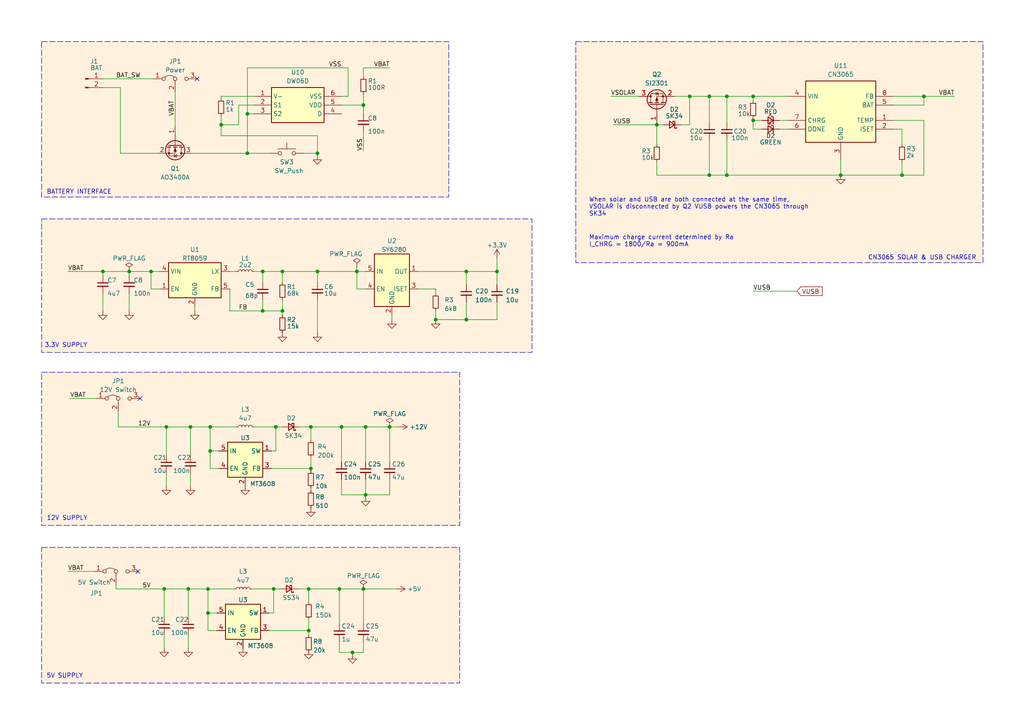
<source format=kicad_sch>
(kicad_sch (version 20230121) (generator eeschema)
  (paper "A4")
  (title_block (title "NPK RFM96 Board") (date "2023-08-11") (rev "v1a") (company "SENSEA LABS"))
  (lib_symbols
    (symbol "Collins_Custom_Libs:CN3065"
      (property "Reference" "U" (at 13.97 6.35 0))
      (property "Value" "CN3065" (at 10.795 4.445 0))
      (symbol "CN3065_1_1"
        (pin passive line (at 30.48 -8.89 180) (length 5.08) (name "TEMP") (number "1"))
        (pin passive line (at 30.48 -11.43 180) (length 5.08) (name "ISET") (number "2"))
        (pin passive line (at 15.24 -20.32 90) (length 5.08) (name "GND") (number "3"))
        (pin passive line (at 0 -1.905 0) (length 5.08) (name "VIN") (number "4"))
        (pin passive line (at 30.48 -4.445 180) (length 5.08) (name "BAT") (number "5"))
        (pin passive line (at 0 -11.43 0) (length 5.08) (name "DONE") (number "6"))
        (pin passive line (at 0 -8.89 0) (length 5.08) (name "CHRG") (number "7"))
        (pin passive line (at 30.48 -1.905 180) (length 5.08) (name "FB") (number "8"))
      )
    )
    (symbol "Collins_Custom_Libs:DW06D"
      (property "Reference" "U" (at 11.43 7.62 0))
      (property "Value" "DW06D" (at 9.525 5.08 0))
      (symbol "DW06D_1_1"
        (pin passive line (at 0 0 0) (length 5.08) (name "V-") (number "1"))
        (pin passive line (at 0 -2.54 0) (length 5.08) (name "S1") (number "2"))
        (pin passive line (at 0 -5.08 0) (length 5.08) (name "S2") (number "3"))
        (pin passive line (at 25.4 -5.08 180) (length 5.08) (name "D") (number "4"))
        (pin passive line (at 25.4 -2.54 180) (length 5.08) (name "VDD") (number "5"))
        (pin passive line (at 25.4 0 180) (length 5.08) (name "VSS") (number "6"))
      )
    )
    (symbol "Collins_Custom_Libs:RT8059"
      (property "Reference" "U" (at 0 6.35 0))
      (property "Value" "RT8059" (at 0 8.89 0))
      (symbol "RT8059_1_1"
        (pin input line (at -10.16 -2.54 0) (length 2.54) (name "EN") (number "1"))
        (pin power_in line (at 0 -7.62 90) (length 2.54) (name "GND") (number "2"))
        (pin power_out line (at 10.16 2.54 180) (length 2.54) (name "LX") (number "3"))
        (pin power_in line (at -10.16 2.54 0) (length 2.54) (name "VIN") (number "4"))
        (pin input line (at 10.16 -2.54 180) (length 2.54) (name "FB") (number "5"))
      )
    )
    (symbol "Collins_Custom_Libs:SY6280"
      (property "Reference" "U" (at 0 8.89 0))
      (symbol "SY6280_1_1"
        (pin power_out line (at 7.62 2.54 180) (length 2.54) (name "OUT") (number "1"))
        (pin power_in line (at 0 -10.16 90) (length 2.54) (name "GND") (number "2"))
        (pin input line (at 7.62 -2.54 180) (length 2.54) (name "ISET") (number "3"))
        (pin input line (at -7.62 -2.54 0) (length 2.54) (name "EN") (number "4"))
        (pin power_in line (at -7.62 2.54 0) (length 2.54) (name "IN") (number "5"))
      )
    )
    (symbol "Connector:Conn_01x02_Pin" (pin_names (offset 1.016) hide)
      (property "Reference" "J" (at 0 2.54 0))
      (property "Value" "Conn_01x02_Pin" (at 0 -5.08 0))
      (symbol "Conn_01x02_Pin_1_1"
        (pin passive line (at 5.08 0 180) (length 3.81) (name "Pin_1") (number "1"))
        (pin passive line (at 5.08 -2.54 180) (length 3.81) (name "Pin_2") (number "2"))
      )
    )
    (symbol "Device:C_Small" (pin_numbers hide) (pin_names (offset 0.254) hide)
      (property "Reference" "C" (at 0.254 1.778 0))
      (property "Value" "C_Small" (at 0.254 -2.032 0))
      (symbol "C_Small_1_1"
        (pin passive line (at 0 2.54 270) (length 2.032) (name "~") (number "1"))
        (pin passive line (at 0 -2.54 90) (length 2.032) (name "~") (number "2"))
      )
    )
    (symbol "Device:D_Schottky_Small" (pin_numbers hide) (pin_names (offset 0.254) hide)
      (property "Reference" "D" (at -1.27 2.032 0))
      (property "Value" "D_Schottky_Small" (at -7.112 -2.032 0))
      (symbol "D_Schottky_Small_1_1"
        (pin passive line (at -2.54 0 0) (length 1.778) (name "K") (number "1"))
        (pin passive line (at 2.54 0 180) (length 1.778) (name "A") (number "2"))
      )
    )
    (symbol "Device:LED_Small" (pin_numbers hide) (pin_names (offset 0.254) hide)
      (property "Reference" "D" (at -1.27 3.175 0))
      (property "Value" "LED_Small" (at -4.445 -2.54 0))
      (symbol "LED_Small_1_1"
        (pin passive line (at -2.54 0 0) (length 1.778) (name "K") (number "1"))
        (pin passive line (at 2.54 0 180) (length 1.778) (name "A") (number "2"))
      )
    )
    (symbol "Device:L_Small" (pin_numbers hide) (pin_names (offset 0.254) hide)
      (property "Reference" "L" (at 0.762 1.016 0))
      (property "Value" "L_Small" (at 0.762 -1.016 0))
      (symbol "L_Small_1_1"
        (pin passive line (at 0 2.54 270) (length 0.508) (name "~") (number "1"))
        (pin passive line (at 0 -2.54 90) (length 0.508) (name "~") (number "2"))
      )
    )
    (symbol "Device:R_Small" (pin_numbers hide) (pin_names (offset 0.254) hide)
      (property "Reference" "R" (at 0.762 0.508 0))
      (property "Value" "R_Small" (at 0.762 -1.016 0))
      (symbol "R_Small_1_1"
        (pin passive line (at 0 2.54 270) (length 0.762) (name "~") (number "1"))
        (pin passive line (at 0 -2.54 90) (length 0.762) (name "~") (number "2"))
      )
    )
    (symbol "Jumper:Jumper_3_Bridged12" (pin_names (offset 0) hide)
      (property "Reference" "JP" (at -2.54 -2.54 0))
      (property "Value" "Jumper_3_Bridged12" (at 0 2.794 0))
      (symbol "Jumper_3_Bridged12_1_1"
        (pin passive line (at -6.35 0 0) (length 2.54) (name "A") (number "1"))
        (pin passive line (at 0 -3.81 90) (length 2.54) (name "C") (number "2"))
        (pin passive line (at 6.35 0 180) (length 2.54) (name "B") (number "3"))
      )
    )
    (symbol "Regulator_Switching:MT3608"
      (property "Reference" "U" (at -2.54 8.89 0))
      (property "Value" "MT3608" (at -3.81 6.35 0))
      (symbol "MT3608_1_1"
        (pin passive line (at 7.62 2.54 180) (length 2.54) (name "SW") (number "1"))
        (pin power_in line (at 0 -7.62 90) (length 2.54) (name "GND") (number "2"))
        (pin input line (at 7.62 -2.54 180) (length 2.54) (name "FB") (number "3"))
        (pin input line (at -7.62 -2.54 0) (length 2.54) (name "EN") (number "4"))
        (pin power_in line (at -7.62 2.54 0) (length 2.54) (name "IN") (number "5"))
        (pin no_connect line (at 5.08 0 180) (length 2.54) hide (name "NC") (number "6"))
      )
    )
    (symbol "Switch:SW_Push" (pin_numbers hide) (pin_names (offset 1.016) hide)
      (property "Reference" "SW" (at 1.27 2.54 0))
      (property "Value" "SW_Push" (at 0 -1.524 0))
      (symbol "SW_Push_0_1"
        (pin passive line (at -5.08 0 0) (length 2.54) (name "1") (number "1"))
        (pin passive line (at 5.08 0 180) (length 2.54) (name "2") (number "2"))
      )
    )
    (symbol "Transistor_FET:AO3400A" (pin_names hide)
      (property "Reference" "Q" (at 5.08 1.905 0))
      (property "Value" "AO3400A" (at 5.08 0 0))
      (symbol "AO3400A_1_1"
        (pin input line (at -5.08 0 0) (length 2.54) (name "G") (number "1"))
        (pin passive line (at 2.54 -5.08 90) (length 2.54) (name "S") (number "2"))
        (pin passive line (at 2.54 5.08 270) (length 2.54) (name "D") (number "3"))
      )
    )
    (symbol "Transistor_FET:Si2319CDS" (pin_names hide)
      (property "Reference" "Q" (at 5.08 1.905 0))
      (property "Value" "Si2319CDS" (at 5.08 0 0))
      (symbol "Si2319CDS_1_1"
        (pin input line (at -5.08 0 0) (length 2.54) (name "G") (number "1"))
        (pin passive line (at 2.54 -5.08 90) (length 2.54) (name "S") (number "2"))
        (pin passive line (at 2.54 5.08 270) (length 2.54) (name "D") (number "3"))
      )
    )
    (symbol "power:+12V" (power) (pin_names (offset 0))
      (property "Value" "+12V" (at 0 3.556 0))
      (symbol "+12V_1_1"
        (pin power_in line (at 0 0 90) (length 0) hide (name "+12V") (number "1"))
      )
    )
    (symbol "power:+3.3V" (power) (pin_names (offset 0))
      (property "Value" "+3.3V" (at 0 3.556 0))
      (symbol "+3.3V_1_1"
        (pin power_in line (at 0 0 90) (length 0) hide (name "+3.3V") (number "1"))
      )
    )
    (symbol "power:+5V" (power) (pin_names (offset 0))
      (property "Value" "+5V" (at 0 3.556 0))
      (symbol "+5V_1_1"
        (pin power_in line (at 0 0 90) (length 0) hide (name "+5V") (number "1"))
      )
    )
    (symbol "power:GND" (power) (pin_names (offset 0))
      (property "Value" "GND" (at 0 -3.81 0))
      (symbol "GND_1_1"
        (pin power_in line (at 0 0 270) (length 0) hide (name "GND") (number "1"))
      )
    )
    (symbol "power:PWR_FLAG" (power) (pin_numbers hide) (pin_names (offset 0) hide)
      (property "Value" "PWR_FLAG" (at 0 3.81 0))
      (symbol "PWR_FLAG_0_0"
        (pin power_out line (at 0 0 90) (length 0) (name "pwr") (number "1"))
      )
    )
  )
  (junction (at 92.075 44.45))
  (junction (at 89.535 182.88))
  (junction (at 106.045 123.825))
  (junction (at 190.5 36.195))
  (junction (at 81.915 78.74))
  (junction (at 29.845 78.74))
  (junction (at 106.045 143.51))
  (junction (at 144.145 78.74))
  (junction (at 47.625 170.815))
  (junction (at 218.44 34.925))
  (junction (at 103.505 78.74))
  (junction (at 102.235 189.23))
  (junction (at 99.06 123.825))
  (junction (at 64.135 36.195))
  (junction (at 243.84 50.8))
  (junction (at 261.62 50.8))
  (junction (at 105.41 170.815))
  (junction (at 200.025 27.94))
  (junction (at 210.82 50.8))
  (junction (at 71.755 44.45))
  (junction (at 60.96 123.825))
  (junction (at 60.325 170.815))
  (junction (at 55.245 123.825))
  (junction (at 135.255 92.71))
  (junction (at 113.03 123.825))
  (junction (at 126.365 92.71))
  (junction (at 79.375 170.815))
  (junction (at 98.425 170.815))
  (junction (at 81.915 90.17))
  (junction (at 135.255 78.74))
  (junction (at 71.755 33.02))
  (junction (at 76.2 78.74))
  (junction (at 48.26 123.825))
  (junction (at 92.075 78.74))
  (junction (at 37.465 78.74))
  (junction (at 90.17 135.89))
  (junction (at 205.74 27.94))
  (junction (at 43.815 78.74))
  (junction (at 205.74 50.8))
  (junction (at 89.535 170.815))
  (junction (at 105.41 30.48))
  (junction (at 60.96 130.81))
  (junction (at 210.82 27.94))
  (junction (at 218.44 27.94))
  (junction (at 60.325 177.8))
  (junction (at 54.61 170.815))
  (junction (at 90.17 123.825))
  (junction (at 80.01 123.825))
  (junction (at 267.97 27.94))
  (junction (at 76.2 90.17))
  (no_connect (at 40.64 115.57))
  (no_connect (at 40.005 165.735))
  (no_connect (at 57.15 22.86))
  (wire (pts (xy 29.845 80.01) (xy 29.845 78.74)))
  (wire (pts (xy 81.915 78.74) (xy 81.915 81.915)))
  (wire (pts (xy 89.535 182.88) (xy 89.535 179.705)))
  (wire (pts (xy 34.925 25.4) (xy 34.925 44.45)))
  (wire (pts (xy 37.465 80.01) (xy 37.465 78.74)))
  (wire (pts (xy 92.075 39.37) (xy 92.075 44.45)))
  (wire (pts (xy 105.41 27.305) (xy 105.41 30.48)))
  (wire (pts (xy 33.655 170.815) (xy 47.625 170.815)))
  (wire (pts (xy 121.285 83.82) (xy 126.365 83.82)))
  (wire (pts (xy 106.045 143.51) (xy 113.03 143.51)))
  (wire (pts (xy 29.845 22.86) (xy 44.45 22.86)))
  (wire (pts (xy 73.66 27.94) (xy 64.135 27.94)))
  (wire (pts (xy 60.96 135.89) (xy 60.96 130.81)))
  (wire (pts (xy 113.03 19.685) (xy 105.41 19.685)))
  (wire (pts (xy 218.44 37.465) (xy 218.44 34.925)))
  (wire (pts (xy 218.44 34.925) (xy 220.98 34.925)))
  (wire (pts (xy 90.17 141.605) (xy 90.17 142.24)))
  (wire (pts (xy 98.425 186.055) (xy 98.425 189.23)))
  (wire (pts (xy 106.045 139.065) (xy 106.045 143.51)))
  (wire (pts (xy 81.915 86.995) (xy 81.915 90.17)))
  (wire (pts (xy 99.06 133.985) (xy 99.06 123.825)))
  (wire (pts (xy 115.57 123.825) (xy 113.03 123.825)))
  (wire (pts (xy 226.06 37.465) (xy 228.6 37.465)))
  (wire (pts (xy 81.915 78.74) (xy 92.075 78.74)))
  (wire (pts (xy 135.255 78.74) (xy 144.145 78.74)))
  (wire (pts (xy 34.29 119.38) (xy 34.29 123.825)))
  (wire (pts (xy 190.5 35.56) (xy 190.5 36.195)))
  (wire (pts (xy 113.03 143.51) (xy 113.03 139.065)))
  (wire (pts (xy 54.61 170.815) (xy 54.61 179.07)))
  (wire (pts (xy 135.255 92.71) (xy 126.365 92.71)))
  (wire (pts (xy 73.025 170.815) (xy 79.375 170.815)))
  (wire (pts (xy 135.255 87.63) (xy 135.255 92.71)))
  (wire (pts (xy 243.84 50.8) (xy 243.84 46.355)))
  (wire (pts (xy 89.535 189.23) (xy 89.535 188.595)))
  (wire (pts (xy 60.325 182.88) (xy 60.325 177.8)))
  (wire (pts (xy 73.66 30.48) (xy 69.215 30.48)))
  (wire (pts (xy 177.165 27.94) (xy 185.42 27.94)))
  (wire (pts (xy 76.2 90.17) (xy 81.915 90.17)))
  (wire (pts (xy 259.08 34.925) (xy 267.97 34.925)))
  (wire (pts (xy 99.06 143.51) (xy 106.045 143.51)))
  (wire (pts (xy 113.03 123.825) (xy 106.045 123.825)))
  (wire (pts (xy 98.425 189.23) (xy 102.235 189.23)))
  (wire (pts (xy 261.62 37.465) (xy 261.62 41.91)))
  (wire (pts (xy 64.135 27.94) (xy 64.135 28.575)))
  (wire (pts (xy 90.17 135.89) (xy 90.17 132.715)))
  (wire (pts (xy 105.41 170.815) (xy 114.935 170.815)))
  (wire (pts (xy 43.815 78.74) (xy 46.355 78.74)))
  (wire (pts (xy 71.755 19.685) (xy 100.965 19.685)))
  (wire (pts (xy 226.06 34.925) (xy 228.6 34.925)))
  (wire (pts (xy 100.965 19.685) (xy 100.965 27.94)))
  (wire (pts (xy 126.365 83.82) (xy 126.365 85.09)))
  (wire (pts (xy 34.29 123.825) (xy 48.26 123.825)))
  (wire (pts (xy 205.74 35.56) (xy 205.74 27.94)))
  (wire (pts (xy 64.135 39.37) (xy 64.135 36.195)))
  (wire (pts (xy 205.74 40.64) (xy 205.74 50.8)))
  (wire (pts (xy 60.96 130.81) (xy 60.96 123.825)))
  (wire (pts (xy 90.17 123.825) (xy 90.17 127.635)))
  (wire (pts (xy 210.82 40.64) (xy 210.82 50.8)))
  (wire (pts (xy 99.06 30.48) (xy 105.41 30.48)))
  (wire (pts (xy 69.215 30.48) (xy 69.215 36.195)))
  (wire (pts (xy 88.265 44.45) (xy 92.075 44.45)))
  (wire (pts (xy 190.5 36.195) (xy 192.405 36.195)))
  (wire (pts (xy 190.5 41.91) (xy 190.5 36.195)))
  (wire (pts (xy 19.685 165.735) (xy 27.305 165.735)))
  (wire (pts (xy 105.41 180.975) (xy 105.41 170.815)))
  (wire (pts (xy 20.32 115.57) (xy 27.94 115.57)))
  (wire (pts (xy 220.98 37.465) (xy 218.44 37.465)))
  (wire (pts (xy 106.045 133.985) (xy 106.045 123.825)))
  (wire (pts (xy 73.66 33.02) (xy 71.755 33.02)))
  (wire (pts (xy 105.41 30.48) (xy 105.41 33.02)))
  (wire (pts (xy 113.03 133.985) (xy 113.03 123.825)))
  (wire (pts (xy 99.06 123.825) (xy 106.045 123.825)))
  (wire (pts (xy 218.44 84.455) (xy 231.14 84.455)))
  (wire (pts (xy 267.97 34.925) (xy 267.97 50.8)))
  (wire (pts (xy 48.26 140.97) (xy 48.26 137.16)))
  (wire (pts (xy 100.965 27.94) (xy 99.06 27.94)))
  (wire (pts (xy 33.655 169.545) (xy 33.655 170.815)))
  (wire (pts (xy 144.145 87.63) (xy 144.145 92.71)))
  (wire (pts (xy 126.365 92.71) (xy 126.365 90.17)))
  (wire (pts (xy 47.625 187.96) (xy 47.625 184.15)))
  (wire (pts (xy 63.5 130.81) (xy 60.96 130.81)))
  (wire (pts (xy 43.815 83.82) (xy 43.815 78.74)))
  (wire (pts (xy 210.82 27.94) (xy 218.44 27.94)))
  (wire (pts (xy 66.675 90.17) (xy 66.675 83.82)))
  (wire (pts (xy 37.465 90.17) (xy 37.465 85.09)))
  (wire (pts (xy 54.61 170.815) (xy 60.325 170.815)))
  (wire (pts (xy 267.97 50.8) (xy 261.62 50.8)))
  (wire (pts (xy 19.685 78.74) (xy 29.845 78.74)))
  (wire (pts (xy 103.505 83.82) (xy 103.505 78.74)))
  (wire (pts (xy 200.025 36.195) (xy 200.025 27.94)))
  (wire (pts (xy 98.425 170.815) (xy 105.41 170.815)))
  (wire (pts (xy 55.245 140.97) (xy 55.245 137.16)))
  (wire (pts (xy 66.675 78.74) (xy 68.58 78.74)))
  (wire (pts (xy 55.245 123.825) (xy 55.245 132.08)))
  (wire (pts (xy 80.01 130.81) (xy 80.01 123.825)))
  (wire (pts (xy 47.625 170.815) (xy 47.625 179.07)))
  (wire (pts (xy 29.845 78.74) (xy 37.465 78.74)))
  (wire (pts (xy 92.075 78.74) (xy 92.075 81.915)))
  (wire (pts (xy 86.995 123.825) (xy 90.17 123.825)))
  (wire (pts (xy 60.96 123.825) (xy 68.58 123.825)))
  (wire (pts (xy 267.97 27.94) (xy 276.86 27.94)))
  (wire (pts (xy 92.075 39.37) (xy 64.135 39.37)))
  (wire (pts (xy 106.045 143.51) (xy 106.045 144.145)))
  (wire (pts (xy 99.06 123.825) (xy 90.17 123.825)))
  (wire (pts (xy 55.245 123.825) (xy 60.96 123.825)))
  (wire (pts (xy 144.145 78.74) (xy 144.145 82.55)))
  (wire (pts (xy 102.235 189.23) (xy 105.41 189.23)))
  (wire (pts (xy 205.74 50.8) (xy 210.82 50.8)))
  (wire (pts (xy 105.41 189.23) (xy 105.41 186.055)))
  (wire (pts (xy 259.08 30.48) (xy 267.97 30.48)))
  (wire (pts (xy 48.26 123.825) (xy 48.26 132.08)))
  (wire (pts (xy 105.41 19.685) (xy 105.41 22.225)))
  (wire (pts (xy 121.285 78.74) (xy 135.255 78.74)))
  (wire (pts (xy 267.97 30.48) (xy 267.97 27.94)))
  (wire (pts (xy 102.235 189.865) (xy 102.235 189.23)))
  (wire (pts (xy 99.06 143.51) (xy 99.06 139.065)))
  (wire (pts (xy 80.01 123.825) (xy 81.915 123.825)))
  (wire (pts (xy 210.82 27.94) (xy 210.82 35.56)))
  (wire (pts (xy 98.425 180.975) (xy 98.425 170.815)))
  (wire (pts (xy 190.5 46.99) (xy 190.5 50.8)))
  (wire (pts (xy 205.74 27.94) (xy 210.82 27.94)))
  (wire (pts (xy 113.665 92.71) (xy 113.665 91.44)))
  (wire (pts (xy 81.915 90.17) (xy 81.915 91.44)))
  (wire (pts (xy 78.74 130.81) (xy 80.01 130.81)))
  (wire (pts (xy 76.2 78.74) (xy 81.915 78.74)))
  (wire (pts (xy 78.74 135.89) (xy 90.17 135.89)))
  (wire (pts (xy 76.2 78.74) (xy 76.2 81.915)))
  (wire (pts (xy 210.82 50.8) (xy 243.84 50.8)))
  (wire (pts (xy 218.44 27.94) (xy 228.6 27.94)))
  (wire (pts (xy 197.485 36.195) (xy 200.025 36.195)))
  (wire (pts (xy 218.44 27.94) (xy 218.44 29.21)))
  (wire (pts (xy 261.62 50.8) (xy 243.84 50.8)))
  (wire (pts (xy 48.26 123.825) (xy 55.245 123.825)))
  (wire (pts (xy 98.425 170.815) (xy 89.535 170.815)))
  (wire (pts (xy 89.535 170.815) (xy 89.535 174.625)))
  (wire (pts (xy 63.5 135.89) (xy 60.96 135.89)))
  (wire (pts (xy 60.325 177.8) (xy 60.325 170.815)))
  (wire (pts (xy 71.755 44.45) (xy 78.105 44.45)))
  (wire (pts (xy 261.62 46.99) (xy 261.62 50.8)))
  (wire (pts (xy 259.08 37.465) (xy 261.62 37.465)))
  (wire (pts (xy 69.215 36.195) (xy 64.135 36.195)))
  (wire (pts (xy 73.66 78.74) (xy 76.2 78.74)))
  (wire (pts (xy 79.375 177.8) (xy 79.375 170.815)))
  (wire (pts (xy 89.535 184.15) (xy 89.535 182.88)))
  (wire (pts (xy 55.88 44.45) (xy 71.755 44.45)))
  (wire (pts (xy 62.865 182.88) (xy 60.325 182.88)))
  (wire (pts (xy 135.255 82.55) (xy 135.255 78.74)))
  (wire (pts (xy 144.145 92.71) (xy 135.255 92.71)))
  (wire (pts (xy 103.505 78.74) (xy 106.045 78.74)))
  (wire (pts (xy 267.97 27.94) (xy 259.08 27.94)))
  (wire (pts (xy 47.625 170.815) (xy 54.61 170.815)))
  (wire (pts (xy 29.845 90.17) (xy 29.845 85.09)))
  (wire (pts (xy 92.075 86.995) (xy 92.075 96.52)))
  (wire (pts (xy 200.025 27.94) (xy 205.74 27.94)))
  (wire (pts (xy 177.8 36.195) (xy 190.5 36.195)))
  (wire (pts (xy 78.105 177.8) (xy 79.375 177.8)))
  (wire (pts (xy 106.045 83.82) (xy 103.505 83.82)))
  (wire (pts (xy 218.44 34.925) (xy 218.44 34.29)))
  (wire (pts (xy 64.135 36.195) (xy 64.135 33.655)))
  (wire (pts (xy 71.755 33.02) (xy 71.755 44.45)))
  (wire (pts (xy 73.66 123.825) (xy 80.01 123.825)))
  (wire (pts (xy 195.58 27.94) (xy 200.025 27.94)))
  (wire (pts (xy 50.8 26.67) (xy 50.8 36.83)))
  (wire (pts (xy 92.075 78.74) (xy 103.505 78.74)))
  (wire (pts (xy 60.325 170.815) (xy 67.945 170.815)))
  (wire (pts (xy 190.5 50.8) (xy 205.74 50.8)))
  (wire (pts (xy 103.505 77.47) (xy 103.505 78.74)))
  (wire (pts (xy 105.41 38.1) (xy 105.41 43.815)))
  (wire (pts (xy 56.515 90.17) (xy 56.515 88.9)))
  (wire (pts (xy 90.17 136.525) (xy 90.17 135.89)))
  (wire (pts (xy 66.675 90.17) (xy 76.2 90.17)))
  (wire (pts (xy 34.925 44.45) (xy 45.72 44.45)))
  (wire (pts (xy 37.465 78.74) (xy 43.815 78.74)))
  (wire (pts (xy 78.105 182.88) (xy 89.535 182.88)))
  (wire (pts (xy 71.755 19.685) (xy 71.755 33.02)))
  (wire (pts (xy 76.2 90.17) (xy 76.2 86.995)))
  (wire (pts (xy 54.61 187.96) (xy 54.61 184.15)))
  (wire (pts (xy 79.375 170.815) (xy 81.28 170.815)))
  (wire (pts (xy 62.865 177.8) (xy 60.325 177.8)))
  (wire (pts (xy 46.355 83.82) (xy 43.815 83.82)))
  (wire (pts (xy 86.36 170.815) (xy 89.535 170.815)))
  (wire (pts (xy 92.075 44.45) (xy 92.075 45.085)))
  (wire (pts (xy 144.145 74.93) (xy 144.145 78.74)))
  (wire (pts (xy 29.845 25.4) (xy 34.925 25.4)))
  (rectangle (start 12.065 158.75) (end 133.35 198.12) (stroke (width 0) (type dash)) (fill (type color) (color 255 229 191 0.5)))
  (rectangle (start 12.065 63.5) (end 154.305 102.235) (stroke (width 0) (type dash)) (fill (type color) (color 255 229 191 0.5)))
  (rectangle (start 12.065 12.065) (end 130.175 57.15) (stroke (width 0) (type dash)) (fill (type color) (color 255 229 191 0.5)))
  (rectangle (start 12.065 107.95) (end 133.35 152.4) (stroke (width 0) (type dash)) (fill (type color) (color 255 229 191 0.5)))
  (rectangle (start 167.005 12.065) (end 285.115 76.2) (stroke (width 0) (type dash)) (fill (type color) (color 255 229 191 0.5)))
  (text "3.3V SUPPLY" (at 25.4 100.965 0) (effects (font (size 1.27 1.27)) (justify right bottom)))
  (text "Maximum charge current determined by Ra\nI_CHRG = 1800/Ra = 900mA" (at 170.815 71.755 0) (effects (font (size 1.27 1.27)) (justify left bottom)))
  (text "12V SUPPLY" (at 25.4 151.13 0) (effects (font (size 1.27 1.27)) (justify right bottom)))
  (text "When solar and USB are both connected at the same time,\nVSOLAR is disconnected by Q2 VUSB powers the CN3065 through\nSK34" (at 170.815 62.865 0) (effects (font (size 1.27 1.27)) (justify left bottom)))
  (text "5V SUPPLY" (at 24.13 196.85 0) (effects (font (size 1.27 1.27)) (justify right bottom)))
  (text "BATTERY INTERFACE" (at 32.385 56.515 0) (effects (font (size 1.27 1.27)) (justify right bottom)))
  (text "CN3065 SOLAR & USB CHARGER" (at 283.21 75.565 0) (effects (font (size 1.27 1.27)) (justify right bottom)))
  (label "BAT_SW" (at 33.655 22.86 0))
  (label "VBAT" (at 19.685 165.735 0))
  (label "VSS" (at 99.06 19.685 180))
  (label "VBAT" (at 276.86 27.94 180))
  (label "VBAT" (at 113.03 19.685 180))
  (label "5V" (at 41.275 170.815 0))
  (label "VSOLAR" (at 177.165 27.94 0))
  (label "VUSB" (at 218.44 84.455 0))
  (label "FB" (at 69.215 90.17 0))
  (label "VBAT" (at 50.8 33.655 90))
  (label "12V" (at 40.005 123.825 0))
  (label "VSS" (at 105.41 43.815 90))
  (label "VBAT" (at 20.32 115.57 0))
  (label "VBAT" (at 19.685 78.74 0))
  (label "VUSB" (at 177.8 36.195 0))
  (global_label "VUSB" (shape input) (at 231.14 84.455 0) (property "Intersheetrefs" "${INTERSHEET_REFS}" (effects hide)))
  (symbol (lib_id "power:GND") (at 126.365 92.71 0) (unit 1)
    (property "Reference" "#PWR015" (effects hide))
    (property "Value" "GND" (effects hide))
    (instances (project "NPK_Board" (path "" (reference "#PWR015") (unit 1)) (path "" (reference "#PWR09") (unit 1))) (project "NPK_Board x RFM96" (path "" (reference "#PWR044") (unit 1))) (project "STLoRa_Carrier_Board" (path "" (reference "#PWR07") (unit 1))))
  )
  (symbol (lib_id "Transistor_FET:AO3400A") (at 50.8 41.91 270) (unit 1)
    (property "Reference" "Q1" (at 50.8 48.895 90))
    (property "Value" "AO3400A" (at 50.8 51.435 90))
    (property "Footprint" "Package_TO_SOT_SMD:SOT-23" (effects hide))
    (property "Datasheet" "http://www.aosmd.com/pdfs/datasheet/AO3400A.pdf" (effects hide))
  )
  (symbol (lib_id "power:GND") (at 92.075 45.085 0) (unit 1)
    (property "Reference" "#PWR07" (effects hide))
    (property "Value" "GND" (effects hide))
    (instances (project "NPK_Board" (path "" (reference "#PWR07") (unit 1)) (path "" (reference "#PWR08") (unit 1))) (project "NPK_Board x RFM96" (path "" (reference "#PWR035") (unit 1))) (project "STLoRa_Carrier_Board" (path "" (reference "#PWR03") (unit 1))))
  )
  (symbol (lib_id "Jumper:Jumper_3_Bridged12") (at 50.8 22.86 0) (unit 1)
    (property "Reference" "JP1" (at 50.8 17.78 0))
    (property "Value" "Power" (at 50.8 20.32 0))
  )
  (symbol (lib_id "Collins_Custom_Libs:RT8059") (at 56.515 81.28 0) (unit 1)
    (property "Reference" "U1" (at 56.515 72.39 0))
    (property "Value" "RT8059" (at 56.515 74.93 0))
    (property "Footprint" "Package_TO_SOT_SMD:SOT-23-5" (effects hide))
    (property "Datasheet" "https://datasheet.lcsc.com/lcsc/1811100910_Richtek-Tech-RT8059GJ5_C20542.pdf" (effects hide))
    (instances (project "NPK_Board" (path "" (reference "U1") (unit 1)) (path "" (reference "U1") (unit 1))) (project "NPK_Board x RFM96" (path "" (reference "U7") (unit 1))) (project "STLoRa_Carrier_Board" (path "" (reference "U1") (unit 1))))
  )
  (symbol (lib_id "Device:LED_Small") (at 223.52 34.925 0) (mirror y) (unit 1)
    (property "Reference" "D2" (at 223.52 30.48 0))
    (property "Value" "RED" (at 223.52 32.385 0))
    (instances (project "NPK_Board x RFM96" (path "" (reference "D2") (unit 1)) (path "" (reference "D12") (unit 1))))
  )
  (symbol (lib_id "Collins_Custom_Libs:SY6280") (at 113.665 81.28 0) (unit 1)
    (property "Reference" "U2" (at 113.665 69.85 0))
    (property "Value" "SY6280" (at 114.3 72.39 0))
    (property "Footprint" "Package_TO_SOT_SMD:SOT-23-5" (effects hide))
    (property "Datasheet" "https://datasheet.lcsc.com/lcsc/1810121532_Silergy-Corp-SY6280AAC_C55136.pdf" (effects hide))
    (instances (project "NPK_Board" (path "" (reference "U2") (unit 1)) (path "" (reference "U2") (unit 1))) (project "NPK_Board x RFM96" (path "" (reference "U8") (unit 1))) (project "STLoRa_Carrier_Board" (path "" (reference "U2") (unit 1))))
  )
  (symbol (lib_id "Connector:Conn_01x02_Pin") (at 24.765 22.86 0) (unit 1)
    (property "Reference" "J1" (at 27.305 17.78 0))
    (property "Value" "BAT" (at 27.94 19.685 0))
    (property "Footprint" "Connector_JST:JST_PH_B2B-PH-K_1x02_P2.00mm_Vertical" (effects hide))
    (instances (project "NPK_Board" (path "" (reference "J1") (unit 1)) (path "" (reference "J1") (unit 1))) (project "NPK_Board x RFM96" (path "" (reference "J2") (unit 1))) (project "STLoRa_Carrier_Board" (path "" (reference "J2") (unit 1))))
  )
  (symbol (lib_id "power:GND") (at 71.12 140.97 0) (mirror y) (unit 1)
    (property "Reference" "#PWR022" (effects hide))
    (property "Value" "GND" (effects hide))
    (instances (project "NPK_Board" (path "" (reference "#PWR022") (unit 1)) (path "" (reference "#PWR021") (unit 1))) (project "NPK_Board x RFM96" (path "" (reference "#PWR040") (unit 1))) (project "STLoRa_Carrier_Board" (path "" (reference "#PWR06") (unit 1))))
  )
  (symbol (lib_id "Device:C_Small") (at 76.2 84.455 0) (unit 1)
    (property "Reference" "C5" (at 71.12 82.55 0) (effects (justify left)))
    (property "Value" "68p" (at 71.12 85.725 0) (effects (justify left)))
    (property "Footprint" "Capacitor_SMD:C_1206_3216Metric" (effects hide))
    (instances (project "NPK_Board" (path "" (reference "C5") (unit 1)) (path "" (reference "C19") (unit 1))) (project "NPK_Board x RFM96" (path "" (reference "C22") (unit 1))) (project "STLoRa_Carrier_Board" (path "" (reference "C2") (unit 1))))
  )
  (symbol (lib_id "Switch:SW_Push") (at 83.185 44.45 0) (unit 1)
    (property "Reference" "SW3" (at 83.185 46.99 0))
    (property "Value" "SW_Push" (at 83.82 49.53 0))
  )
  (symbol (lib_id "power:GND") (at 56.515 90.17 0) (unit 1)
    (property "Reference" "#PWR07" (effects hide))
    (property "Value" "GND" (effects hide))
    (instances (project "NPK_Board" (path "" (reference "#PWR07") (unit 1)) (path "" (reference "#PWR08") (unit 1))) (project "NPK_Board x RFM96" (path "" (reference "#PWR042") (unit 1))) (project "STLoRa_Carrier_Board" (path "" (reference "#PWR03") (unit 1))))
  )
  (symbol (lib_id "Device:D_Schottky_Small") (at 84.455 123.825 180) (unit 1)
    (property "Reference" "D2" (at 84.455 121.285 0))
    (property "Value" "SK34" (at 85.09 126.365 0))
    (property "Footprint" "Diode_SMD:D_0603_1608Metric" (effects hide))
    (property "Datasheet" "https://datasheet.lcsc.com/lcsc/2208221800_MSKSEMI-SK34_C5140034.pdf" (effects hide))
    (instances (project "NPK_Board" (path "" (reference "D2") (unit 1)) (path "" (reference "D2") (unit 1))) (project "NPK_Board x RFM96" (path "" (reference "D6") (unit 1))))
  )
  (symbol (lib_id "power:GND") (at 243.84 50.8 0) (unit 1)
    (property "Reference" "#PWR015" (effects hide))
    (property "Value" "GND" (effects hide))
    (instances (project "NPK_Board" (path "" (reference "#PWR015") (unit 1)) (path "" (reference "#PWR09") (unit 1))) (project "NPK_Board x RFM96" (path "" (reference "#PWR063") (unit 1))) (project "STLoRa_Carrier_Board" (path "" (reference "#PWR07") (unit 1))))
  )
  (symbol (lib_id "Device:L_Small") (at 71.12 123.825 90) (unit 1)
    (property "Reference" "L3" (at 71.12 118.745 90))
    (property "Value" "4u7" (at 71.12 121.285 90))
    (property "Footprint" "Inductor_SMD:L_Sunlord_MWSA0503S" (effects hide))
    (instances (project "NPK_Board" (path "" (reference "L3") (unit 1)) (path "" (reference "L3") (unit 1))) (project "NPK_Board x RFM96" (path "" (reference "L1") (unit 1))) (project "STLoRa_Carrier_Board" (path "" (reference "L1") (unit 1))))
  )
  (symbol (lib_id "Device:R_Small") (at 81.915 84.455 0) (unit 1)
    (property "Reference" "R1" (at 83.185 83.185 0) (effects (justify left)))
    (property "Value" "68k" (at 83.185 85.09 0) (effects (justify left)))
    (property "Footprint" "Resistor_SMD:R_0603_1608Metric" (effects hide))
    (instances (project "NPK_Board" (path "" (reference "R1") (unit 1)) (path "" (reference "R2") (unit 1))) (project "NPK_Board x RFM96" (path "" (reference "R12") (unit 1))) (project "STLoRa_Carrier_Board" (path "" (reference "R1") (unit 1))))
  )
  (symbol (lib_id "Device:C_Small") (at 105.41 35.56 0) (unit 1)
    (property "Reference" "C8" (at 106.68 34.29 0) (effects (justify left)))
    (property "Value" "100n" (at 106.68 38.1 0) (effects (justify left)))
    (property "Footprint" "Capacitor_SMD:C_1206_3216Metric" (effects hide))
    (instances (project "NPK_Board" (path "" (reference "C8") (unit 1)) (path "" (reference "C6") (unit 1))) (project "NPK_Board x RFM96" (path "" (reference "C37") (unit 1))) (project "STLoRa_Carrier_Board" (path "" (reference "C1") (unit 1))))
  )
  (symbol (lib_id "Regulator_Switching:MT3608") (at 71.12 133.35 0) (unit 1)
    (property "Reference" "U3" (at 71.12 127 0))
    (property "Value" "MT3608" (at 76.2 140.335 0))
    (property "Footprint" "Package_TO_SOT_SMD:SOT-23-6" (effects hide))
    (property "Datasheet" "https://www.olimex.com/Products/Breadboarding/BB-PWR-3608/resources/MT3608.pdf" (effects hide))
    (instances (project "NPK_Board" (path "" (reference "U3") (unit 1)) (path "" (reference "U3") (unit 1))) (project "NPK_Board x RFM96" (path "" (reference "U5") (unit 1))))
  )
  (symbol (lib_id "Device:R_Small") (at 81.915 93.98 0) (unit 1)
    (property "Reference" "R2" (at 83.185 92.71 0) (effects (justify left)))
    (property "Value" "15k" (at 83.185 94.615 0) (effects (justify left)))
    (property "Footprint" "Resistor_SMD:R_0603_1608Metric" (effects hide))
    (instances (project "NPK_Board" (path "" (reference "R2") (unit 1)) (path "" (reference "R3") (unit 1))) (project "NPK_Board x RFM96" (path "" (reference "R13") (unit 1))) (project "STLoRa_Carrier_Board" (path "" (reference "R2") (unit 1))))
  )
  (symbol (lib_id "power:PWR_FLAG") (at 37.465 78.74 0) (unit 1)
    (property "Reference" "#FLG01" (effects hide))
    (property "Value" "PWR_FLAG" (at 37.465 74.93 0))
    (instances (project "NPK_Board" (path "" (reference "#FLG01") (unit 1)) (path "" (reference "#FLG01") (unit 1))) (project "NPK_Board x RFM96" (path "" (reference "#FLG01") (unit 1))) (project "STLoRa_Carrier_Board" (path "" (reference "#FLG03") (unit 1))))
  )
  (symbol (lib_id "Device:R_Small") (at 105.41 24.765 0) (unit 1)
    (property "Reference" "R1" (at 106.68 23.495 0) (effects (justify left)))
    (property "Value" "100R" (at 106.68 25.4 0) (effects (justify left)))
    (property "Footprint" "Resistor_SMD:R_0603_1608Metric" (effects hide))
    (instances (project "NPK_Board" (path "" (reference "R1") (unit 1)) (path "" (reference "R2") (unit 1))) (project "NPK_Board x RFM96" (path "" (reference "R20") (unit 1))) (project "STLoRa_Carrier_Board" (path "" (reference "R1") (unit 1))))
  )
  (symbol (lib_id "Collins_Custom_Libs:CN3065") (at 228.6 26.035 0) (unit 1)
    (property "Reference" "U11" (at 243.84 19.05 0))
    (property "Value" "CN3065" (at 243.84 21.59 0))
    (property "Footprint" "Collins_Custom_Libs:SON50P300X300X90-9N-D" (effects hide))
    (property "Datasheet" "https://raw.githubusercontent.com/SeeedDocument/Lipo_Rider_Pro/master/res/DSE-CN3065.pdf" (effects hide))
    (property "Height" "0.9" (effects hide))
    (property "Manufacturer_Name" "Consonance" (effects hide))
    (property "Manufacturer_Part_Number" "CN3065" (effects hide))
  )
  (symbol (lib_id "Device:C_Small") (at 98.425 183.515 0) (unit 1)
    (property "Reference" "C24" (at 99.06 181.61 0) (effects (justify left)))
    (property "Value" "1u" (at 99.06 185.42 0) (effects (justify left)))
    (property "Footprint" "Capacitor_SMD:C_1206_3216Metric" (effects hide))
    (instances (project "NPK_Board" (path "" (reference "C24") (unit 1)) (path "" (reference "C24") (unit 1))) (project "NPK_Board x RFM96" (path "" (reference "C29") (unit 1))) (project "STLoRa_Carrier_Board" (path "" (reference "C3") (unit 1))))
  )
  (symbol (lib_id "Device:C_Small") (at 105.41 183.515 0) (unit 1)
    (property "Reference" "C25" (at 106.045 181.61 0) (effects (justify left)))
    (property "Value" "47u" (at 106.045 185.42 0) (effects (justify left)))
    (property "Footprint" "Capacitor_SMD:C_1206_3216Metric" (effects hide))
    (instances (project "NPK_Board" (path "" (reference "C25") (unit 1)) (path "" (reference "C25") (unit 1))) (project "NPK_Board x RFM96" (path "" (reference "C30") (unit 1))) (project "STLoRa_Carrier_Board" (path "" (reference "C3") (unit 1))))
  )
  (symbol (lib_id "Device:C_Small") (at 37.465 82.55 0) (unit 1)
    (property "Reference" "C8" (at 38.735 81.28 0) (effects (justify left)))
    (property "Value" "100n" (at 38.735 85.09 0) (effects (justify left)))
    (property "Footprint" "Capacitor_SMD:C_1206_3216Metric" (effects hide))
    (instances (project "NPK_Board" (path "" (reference "C8") (unit 1)) (path "" (reference "C6") (unit 1))) (project "NPK_Board x RFM96" (path "" (reference "C19") (unit 1))) (project "STLoRa_Carrier_Board" (path "" (reference "C1") (unit 1))))
  )
  (symbol (lib_id "Device:D_Schottky_Small") (at 83.82 170.815 180) (unit 1)
    (property "Reference" "D2" (at 83.82 168.275 0))
    (property "Value" "SS34" (at 84.455 173.355 0))
    (property "Footprint" "Diode_SMD:D_0603_1608Metric" (effects hide))
    (property "Datasheet" "https://datasheet.lcsc.com/lcsc/2110280930_YONGYUTAI-SS34_C2909963.pdf" (effects hide))
    (instances (project "NPK_Board" (path "" (reference "D2") (unit 1)) (path "" (reference "D2") (unit 1))) (project "NPK_Board x RFM96" (path "" (reference "D7") (unit 1))))
  )
  (symbol (lib_id "power:GND") (at 55.245 140.97 0) (mirror y) (unit 1)
    (property "Reference" "#PWR021" (effects hide))
    (property "Value" "GND" (effects hide))
    (instances (project "NPK_Board" (path "" (reference "#PWR021") (unit 1)) (path "" (reference "#PWR020") (unit 1))) (project "NPK_Board x RFM96" (path "" (reference "#PWR038") (unit 1))) (project "STLoRa_Carrier_Board" (path "" (reference "#PWR06") (unit 1))))
  )
  (symbol (lib_id "power:PWR_FLAG") (at 105.41 170.815 0) (unit 1)
    (property "Reference" "#FLG04" (effects hide))
    (property "Value" "PWR_FLAG" (at 105.41 167.005 0))
    (instances (project "NPK_Board" (path "" (reference "#FLG04") (unit 1)) (path "" (reference "#FLG04") (unit 1))) (project "NPK_Board x RFM96" (path "" (reference "#FLG04") (unit 1))) (project "STLoRa_Carrier_Board" (path "" (reference "#FLG02") (unit 1))))
  )
  (symbol (lib_id "Device:C_Small") (at 92.075 84.455 0) (unit 1)
    (property "Reference" "C6" (at 93.98 83.185 0) (effects (justify left)))
    (property "Value" "10u" (at 93.98 85.09 0) (effects (justify left)))
    (property "Footprint" "Capacitor_SMD:C_1206_3216Metric" (effects hide))
    (instances (project "NPK_Board" (path "" (reference "C6") (unit 1)) (path "" (reference "C20") (unit 1))) (project "NPK_Board x RFM96" (path "" (reference "C25") (unit 1))) (project "STLoRa_Carrier_Board" (path "" (reference "C4") (unit 1))))
  )
  (symbol (lib_id "Device:C_Small") (at 106.045 136.525 0) (unit 1)
    (property "Reference" "C25" (at 106.68 134.62 0) (effects (justify left)))
    (property "Value" "47u" (at 106.68 138.43 0) (effects (justify left)))
    (property "Footprint" "Capacitor_SMD:C_1206_3216Metric" (effects hide))
    (instances (project "NPK_Board" (path "" (reference "C25") (unit 1)) (path "" (reference "C25") (unit 1))) (project "NPK_Board x RFM96" (path "" (reference "C24") (unit 1))) (project "STLoRa_Carrier_Board" (path "" (reference "C3") (unit 1))))
  )
  (symbol (lib_id "power:GND") (at 90.17 147.32 0) (mirror y) (unit 1)
    (property "Reference" "#PWR028" (effects hide))
    (property "Value" "GND" (effects hide))
    (instances (project "NPK_Board" (path "" (reference "#PWR028") (unit 1)) (path "" (reference "#PWR022") (unit 1))) (project "NPK_Board x RFM96" (path "" (reference "#PWR043") (unit 1))) (project "STLoRa_Carrier_Board" (path "" (reference "#PWR06") (unit 1))))
  )
  (symbol (lib_id "Device:R_Small") (at 126.365 87.63 0) (unit 1)
    (property "Reference" "R3" (at 128.905 86.995 0) (effects (justify left)))
    (property "Value" "6k8" (at 128.905 89.535 0) (effects (justify left)))
    (property "Footprint" "Resistor_SMD:R_0603_1608Metric" (effects hide))
    (instances (project "NPK_Board" (path "" (reference "R3") (unit 1)) (path "" (reference "R1") (unit 1))) (project "NPK_Board x RFM96" (path "" (reference "R11") (unit 1))) (project "STLoRa_Carrier_Board" (path "" (reference "R3") (unit 1))))
  )
  (symbol (lib_id "Regulator_Switching:MT3608") (at 70.485 180.34 0) (unit 1)
    (property "Reference" "U3" (at 70.485 173.99 0))
    (property "Value" "MT3608" (at 75.565 187.325 0))
    (property "Footprint" "Package_TO_SOT_SMD:SOT-23-6" (effects hide))
    (property "Datasheet" "https://www.olimex.com/Products/Breadboarding/BB-PWR-3608/resources/MT3608.pdf" (effects hide))
    (instances (project "NPK_Board" (path "" (reference "U3") (unit 1)) (path "" (reference "U3") (unit 1))) (project "NPK_Board x RFM96" (path "" (reference "U9") (unit 1))))
  )
  (symbol (lib_id "Device:L_Small") (at 71.12 78.74 90) (unit 1)
    (property "Reference" "L1" (at 71.12 74.93 90))
    (property "Value" "2u2" (at 71.12 76.835 90))
    (property "Footprint" "Inductor_SMD:L_Sunlord_MWSA0503S" (effects hide))
    (instances (project "NPK_Board" (path "" (reference "L1") (unit 1)) (path "" (reference "L1") (unit 1))) (project "NPK_Board x RFM96" (path "" (reference "L2") (unit 1))) (project "STLoRa_Carrier_Board" (path "" (reference "L1") (unit 1))))
  )
  (symbol (lib_id "power:GND") (at 113.665 92.71 0) (unit 1)
    (property "Reference" "#PWR016" (effects hide))
    (property "Value" "GND" (effects hide))
    (instances (project "NPK_Board" (path "" (reference "#PWR016") (unit 1)) (path "" (reference "#PWR015") (unit 1))) (project "NPK_Board x RFM96" (path "" (reference "#PWR047") (unit 1))) (project "STLoRa_Carrier_Board" (path "" (reference "#PWR06") (unit 1))))
  )
  (symbol (lib_id "Device:C_Small") (at 210.82 38.1 0) (unit 1)
    (property "Reference" "C20" (at 212.725 38.1 0) (effects (justify left)))
    (property "Value" "100n" (at 212.09 40.005 0) (effects (justify left)))
    (property "Footprint" "Capacitor_SMD:C_0805_2012Metric" (effects hide))
    (instances (project "NPK_Board" (path "" (reference "C20") (unit 1)) (path "" (reference "C8") (unit 1))) (project "NPK_Board x RFM96" (path "" (reference "C38") (unit 1))) (project "STLoRa_Carrier_Board" (path "" (reference "C5") (unit 1))))
  )
  (symbol (lib_id "power:GND") (at 70.485 187.96 0) (mirror y) (unit 1)
    (property "Reference" "#PWR022" (effects hide))
    (property "Value" "GND" (effects hide))
    (instances (project "NPK_Board" (path "" (reference "#PWR022") (unit 1)) (path "" (reference "#PWR021") (unit 1))) (project "NPK_Board x RFM96" (path "" (reference "#PWR054") (unit 1))) (project "STLoRa_Carrier_Board" (path "" (reference "#PWR06") (unit 1))))
  )
  (symbol (lib_id "Device:C_Small") (at 205.74 38.1 0) (unit 1)
    (property "Reference" "C20" (at 200.025 38.1 0) (effects (justify left)))
    (property "Value" "10u" (at 200.025 40.005 0) (effects (justify left)))
    (property "Footprint" "Capacitor_SMD:C_0805_2012Metric" (effects hide))
    (instances (project "NPK_Board" (path "" (reference "C20") (unit 1)) (path "" (reference "C8") (unit 1))) (project "NPK_Board x RFM96" (path "" (reference "C39") (unit 1))) (project "STLoRa_Carrier_Board" (path "" (reference "C5") (unit 1))))
  )
  (symbol (lib_id "power:GND") (at 48.26 140.97 0) (mirror y) (unit 1)
    (property "Reference" "#PWR020" (effects hide))
    (property "Value" "GND" (effects hide))
    (instances (project "NPK_Board" (path "" (reference "#PWR020") (unit 1)) (path "" (reference "#PWR017") (unit 1))) (project "NPK_Board x RFM96" (path "" (reference "#PWR037") (unit 1))) (project "STLoRa_Carrier_Board" (path "" (reference "#PWR06") (unit 1))))
  )
  (symbol (lib_id "Device:C_Small") (at 113.03 136.525 0) (unit 1)
    (property "Reference" "C26" (at 113.665 134.62 0) (effects (justify left)))
    (property "Value" "47u" (at 113.665 138.43 0) (effects (justify left)))
    (property "Footprint" "Capacitor_SMD:C_1206_3216Metric" (effects hide))
    (instances (project "NPK_Board" (path "" (reference "C26") (unit 1)) (path "" (reference "C26") (unit 1))) (project "NPK_Board x RFM96" (path "" (reference "C26") (unit 1))) (project "STLoRa_Carrier_Board" (path "" (reference "C3") (unit 1))))
  )
  (symbol (lib_id "Device:D_Schottky_Small") (at 194.945 36.195 180) (unit 1)
    (property "Reference" "D2" (at 195.58 31.75 0))
    (property "Value" "SK34" (at 195.58 33.655 0))
    (property "Footprint" "Diode_SMD:D_0603_1608Metric" (effects hide))
    (property "Datasheet" "https://datasheet.lcsc.com/lcsc/2208221800_MSKSEMI-SK34_C5140034.pdf" (effects hide))
    (instances (project "NPK_Board" (path "" (reference "D2") (unit 1)) (path "" (reference "D2") (unit 1))) (project "NPK_Board x RFM96" (path "" (reference "D11") (unit 1))))
  )
  (symbol (lib_id "power:+5V") (at 114.935 170.815 270) (unit 1)
    (property "Reference" "#PWR058" (effects hide))
    (property "Value" "+5V" (at 118.11 170.815 90) (effects (justify left)))
  )
  (symbol (lib_id "Device:C_Small") (at 48.26 134.62 0) (unit 1)
    (property "Reference" "C21" (at 44.45 132.715 0) (effects (justify left)))
    (property "Value" "10u" (at 44.45 136.525 0) (effects (justify left)))
    (property "Footprint" "Capacitor_SMD:C_1206_3216Metric" (effects hide))
    (instances (project "NPK_Board" (path "" (reference "C21") (unit 1)) (path "" (reference "C21") (unit 1))) (project "NPK_Board x RFM96" (path "" (reference "C17") (unit 1))) (project "STLoRa_Carrier_Board" (path "" (reference "C3") (unit 1))))
  )
  (symbol (lib_id "power:PWR_FLAG") (at 113.03 123.825 0) (unit 1)
    (property "Reference" "#FLG04" (effects hide))
    (property "Value" "PWR_FLAG" (at 113.03 120.015 0))
    (instances (project "NPK_Board" (path "" (reference "#FLG04") (unit 1)) (path "" (reference "#FLG04") (unit 1))) (project "NPK_Board x RFM96" (path "" (reference "#FLG02") (unit 1))) (project "STLoRa_Carrier_Board" (path "" (reference "#FLG02") (unit 1))))
  )
  (symbol (lib_id "Device:C_Small") (at 55.245 134.62 0) (unit 1)
    (property "Reference" "C22" (at 51.435 132.715 0) (effects (justify left)))
    (property "Value" "100n" (at 50.165 136.525 0) (effects (justify left)))
    (property "Footprint" "Capacitor_SMD:C_1206_3216Metric" (effects hide))
    (instances (project "NPK_Board" (path "" (reference "C22") (unit 1)) (path "" (reference "C22") (unit 1))) (project "NPK_Board x RFM96" (path "" (reference "C18") (unit 1))) (project "STLoRa_Carrier_Board" (path "" (reference "C3") (unit 1))))
  )
  (symbol (lib_id "power:GND") (at 54.61 187.96 0) (mirror y) (unit 1)
    (property "Reference" "#PWR021" (effects hide))
    (property "Value" "GND" (effects hide))
    (instances (project "NPK_Board" (path "" (reference "#PWR021") (unit 1)) (path "" (reference "#PWR020") (unit 1))) (project "NPK_Board x RFM96" (path "" (reference "#PWR053") (unit 1))) (project "STLoRa_Carrier_Board" (path "" (reference "#PWR06") (unit 1))))
  )
  (symbol (lib_id "power:GND") (at 92.075 96.52 0) (unit 1)
    (property "Reference" "#PWR09" (effects hide))
    (property "Value" "GND" (effects hide))
    (instances (project "NPK_Board" (path "" (reference "#PWR09") (unit 1)) (path "" (reference "#PWR016") (unit 1))) (project "NPK_Board x RFM96" (path "" (reference "#PWR049") (unit 1))) (project "STLoRa_Carrier_Board" (path "" (reference "#PWR05") (unit 1))))
  )
  (symbol (lib_id "power:GND") (at 37.465 90.17 0) (unit 1)
    (property "Reference" "#PWR06" (effects hide))
    (property "Value" "GND" (effects hide))
    (instances (project "NPK_Board" (path "" (reference "#PWR06") (unit 1)) (path "" (reference "#PWR06") (unit 1))) (project "NPK_Board x RFM96" (path "" (reference "#PWR039") (unit 1))) (project "STLoRa_Carrier_Board" (path "" (reference "#PWR02") (unit 1))))
  )
  (symbol (lib_id "power:GND") (at 106.045 144.145 0) (mirror y) (unit 1)
    (property "Reference" "#PWR027" (effects hide))
    (property "Value" "GND" (effects hide))
    (instances (project "NPK_Board" (path "" (reference "#PWR027") (unit 1)) (path "" (reference "#PWR027") (unit 1))) (project "NPK_Board x RFM96" (path "" (reference "#PWR050") (unit 1))) (project "STLoRa_Carrier_Board" (path "" (reference "#PWR06") (unit 1))))
  )
  (symbol (lib_id "power:+12V") (at 115.57 123.825 270) (unit 1)
    (property "Reference" "#PWR017" (effects hide))
    (property "Value" "+12V" (at 118.745 123.825 90) (effects (justify left)))
    (instances (project "NPK_Board" (path "" (reference "#PWR017") (unit 1)) (path "" (reference "#PWR028") (unit 1))) (project "NPK_Board x RFM96" (path "" (reference "#PWR051") (unit 1))))
  )
  (symbol (lib_id "power:GND") (at 102.235 189.865 0) (mirror y) (unit 1)
    (property "Reference" "#PWR026" (effects hide))
    (property "Value" "GND" (effects hide))
    (instances (project "NPK_Board" (path "" (reference "#PWR026") (unit 1)) (path "" (reference "#PWR026") (unit 1))) (project "NPK_Board x RFM96" (path "" (reference "#PWR057") (unit 1))) (project "STLoRa_Carrier_Board" (path "" (reference "#PWR06") (unit 1))))
  )
  (symbol (lib_id "Device:R_Small") (at 89.535 177.165 0) (mirror y) (unit 1)
    (property "Reference" "R4" (at 91.44 175.895 0) (effects (justify right)))
    (property "Value" "150k" (at 91.44 178.435 0) (effects (justify right)))
    (property "Footprint" "Resistor_SMD:R_0603_1608Metric" (effects hide))
    (instances (project "NPK_Board" (path "" (reference "R4") (unit 1)) (path "" (reference "R4") (unit 1))) (project "NPK_Board x RFM96" (path "" (reference "R14") (unit 1))) (project "STLoRa_Carrier_Board" (path "" (reference "R3") (unit 1))))
  )
  (symbol (lib_id "Device:R_Small") (at 90.17 139.065 0) (mirror y) (unit 1)
    (property "Reference" "R7" (at 91.44 138.43 0) (effects (justify right)))
    (property "Value" "10k" (at 91.44 140.97 0) (effects (justify right)))
    (property "Footprint" "Resistor_SMD:R_0603_1608Metric" (effects hide))
    (instances (project "NPK_Board" (path "" (reference "R7") (unit 1)) (path "" (reference "R7") (unit 1))) (project "NPK_Board x RFM96" (path "" (reference "R9") (unit 1))) (project "STLoRa_Carrier_Board" (path "" (reference "R3") (unit 1))))
  )
  (symbol (lib_id "Device:R_Small") (at 89.535 186.69 0) (mirror y) (unit 1)
    (property "Reference" "R8" (at 90.805 186.055 0) (effects (justify right)))
    (property "Value" "20k" (at 90.805 188.595 0) (effects (justify right)))
    (property "Footprint" "Resistor_SMD:R_0603_1608Metric" (effects hide))
    (instances (project "NPK_Board" (path "" (reference "R8") (unit 1)) (path "" (reference "R8") (unit 1))) (project "NPK_Board x RFM96" (path "" (reference "R16") (unit 1))) (project "STLoRa_Carrier_Board" (path "" (reference "R3") (unit 1))))
  )
  (symbol (lib_id "Device:R_Small") (at 218.44 31.75 0) (unit 1)
    (property "Reference" "R3" (at 213.995 31.115 0) (effects (justify left)))
    (property "Value" "10k" (at 213.995 33.02 0) (effects (justify left)))
    (property "Footprint" "Resistor_SMD:R_0603_1608Metric" (effects hide))
    (instances (project "NPK_Board" (path "" (reference "R3") (unit 1)) (path "" (reference "R1") (unit 1))) (project "NPK_Board x RFM96" (path "" (reference "R21") (unit 1))) (project "STLoRa_Carrier_Board" (path "" (reference "R3") (unit 1))))
  )
  (symbol (lib_id "Device:C_Small") (at 29.845 82.55 0) (unit 1)
    (property "Reference" "C7" (at 31.115 81.28 0) (effects (justify left)))
    (property "Value" "4u7" (at 31.115 85.09 0) (effects (justify left)))
    (property "Footprint" "Capacitor_SMD:C_1206_3216Metric" (effects hide))
    (instances (project "NPK_Board" (path "" (reference "C7") (unit 1)) (path "" (reference "C5") (unit 1))) (project "NPK_Board x RFM96" (path "" (reference "C16") (unit 1))) (project "STLoRa_Carrier_Board" (path "" (reference "C3") (unit 1))))
  )
  (symbol (lib_id "Jumper:Jumper_3_Bridged12") (at 33.655 165.735 0) (unit 1)
    (property "Reference" "JP1" (at 27.94 172.085 0))
    (property "Value" "5V Switch" (at 27.305 168.91 0))
    (instances (project "NPK_Board" (path "" (reference "JP1") (unit 1)) (path "" (reference "JP1") (unit 1))) (project "NPK_Board x RFM96" (path "" (reference "JP2") (unit 1))))
  )
  (symbol (lib_id "Device:R_Small") (at 90.17 144.78 0) (mirror y) (unit 1)
    (property "Reference" "R8" (at 91.44 144.145 0) (effects (justify right)))
    (property "Value" "510" (at 91.44 146.685 0) (effects (justify right)))
    (property "Footprint" "Resistor_SMD:R_0603_1608Metric" (effects hide))
    (instances (project "NPK_Board" (path "" (reference "R8") (unit 1)) (path "" (reference "R8") (unit 1))) (project "NPK_Board x RFM96" (path "" (reference "R10") (unit 1))) (project "STLoRa_Carrier_Board" (path "" (reference "R3") (unit 1))))
  )
  (symbol (lib_id "Jumper:Jumper_3_Bridged12") (at 34.29 115.57 0) (unit 1)
    (property "Reference" "JP1" (at 34.29 110.49 0))
    (property "Value" "12V Switch" (at 34.29 113.03 0))
    (instances (project "NPK_Board" (path "" (reference "JP1") (unit 1)) (path "" (reference "JP1") (unit 1))) (project "NPK_Board x RFM96" (path "" (reference "JP3") (unit 1))))
  )
  (symbol (lib_id "power:PWR_FLAG") (at 103.505 77.47 0) (unit 1)
    (property "Reference" "#FLG03" (effects hide))
    (property "Value" "PWR_FLAG" (at 100.33 73.66 0))
    (instances (project "NPK_Board" (path "" (reference "#FLG03") (unit 1)) (path "" (reference "#FLG03") (unit 1))) (project "NPK_Board x RFM96" (path "" (reference "#FLG03") (unit 1))) (project "STLoRa_Carrier_Board" (path "" (reference "#FLG01") (unit 1))))
  )
  (symbol (lib_id "Device:C_Small") (at 54.61 181.61 0) (unit 1)
    (property "Reference" "C22" (at 50.8 179.705 0) (effects (justify left)))
    (property "Value" "100n" (at 49.53 183.515 0) (effects (justify left)))
    (property "Footprint" "Capacitor_SMD:C_1206_3216Metric" (effects hide))
    (instances (project "NPK_Board" (path "" (reference "C22") (unit 1)) (path "" (reference "C22") (unit 1))) (project "NPK_Board x RFM96" (path "" (reference "C28") (unit 1))) (project "STLoRa_Carrier_Board" (path "" (reference "C3") (unit 1))))
  )
  (symbol (lib_id "Device:R_Small") (at 190.5 44.45 0) (unit 1)
    (property "Reference" "R3" (at 186.055 43.815 0) (effects (justify left)))
    (property "Value" "10k" (at 186.055 45.72 0) (effects (justify left)))
    (property "Footprint" "Resistor_SMD:R_0603_1608Metric" (effects hide))
    (instances (project "NPK_Board" (path "" (reference "R3") (unit 1)) (path "" (reference "R1") (unit 1))) (project "NPK_Board x RFM96" (path "" (reference "R22") (unit 1))) (project "STLoRa_Carrier_Board" (path "" (reference "R3") (unit 1))))
  )
  (symbol (lib_id "power:+3.3V") (at 144.145 74.93 0) (unit 1)
    (property "Reference" "#PWR012" (effects hide))
    (property "Value" "+3.3V" (at 144.145 71.12 0))
    (instances (project "NPK_Board" (path "" (reference "#PWR012") (unit 1)) (path "" (reference "#PWR07") (unit 1))) (project "NPK_Board x RFM96" (path "" (reference "#PWR041") (unit 1))) (project "STLoRa_Carrier_Board" (path "" (reference "#PWR08") (unit 1))))
  )
  (symbol (lib_id "Device:R_Small") (at 261.62 44.45 0) (unit 1)
    (property "Reference" "R3" (at 262.89 43.18 0) (effects (justify left)))
    (property "Value" "2k" (at 262.89 45.085 0) (effects (justify left)))
    (property "Footprint" "Resistor_SMD:R_0603_1608Metric" (effects hide))
    (instances (project "NPK_Board" (path "" (reference "R3") (unit 1)) (path "" (reference "R1") (unit 1))) (project "NPK_Board x RFM96" (path "" (reference "R23") (unit 1))) (project "STLoRa_Carrier_Board" (path "" (reference "R3") (unit 1))))
  )
  (symbol (lib_id "Collins_Custom_Libs:DW06D") (at 73.66 27.94 0) (unit 1)
    (property "Reference" "U10" (at 86.36 20.955 0))
    (property "Value" "DW06D" (at 86.36 23.495 0))
    (property "Footprint" "Package_TO_SOT_SMD:SOT-23-6" (effects hide))
    (property "Datasheet" "https://www.alldatasheet.com/view.jsp?Searchword=DW06D" (effects hide))
    (property "Height" "1.24" (effects hide))
    (property "Manufacturer_Name" "SHENZHEN FUMAN ELECTRONICS CO., LTD." (effects hide))
    (property "Manufacturer_Part_Number" "DW06D" (effects hide))
  )
  (symbol (lib_id "Device:R_Small") (at 64.135 31.115 0) (unit 1)
    (property "Reference" "R1" (at 65.405 29.845 0) (effects (justify left)))
    (property "Value" "1k" (at 65.405 31.75 0) (effects (justify left)))
    (property "Footprint" "Resistor_SMD:R_0603_1608Metric" (effects hide))
    (instances (project "NPK_Board" (path "" (reference "R1") (unit 1)) (path "" (reference "R2") (unit 1))) (project "NPK_Board x RFM96" (path "" (reference "R19") (unit 1))) (project "STLoRa_Carrier_Board" (path "" (reference "R1") (unit 1))))
  )
  (symbol (lib_id "Device:R_Small") (at 90.17 130.175 0) (mirror y) (unit 1)
    (property "Reference" "R4" (at 92.075 129.54 0) (effects (justify right)))
    (property "Value" "200k" (at 92.075 132.08 0) (effects (justify right)))
    (property "Footprint" "Resistor_SMD:R_0603_1608Metric" (effects hide))
    (instances (project "NPK_Board" (path "" (reference "R4") (unit 1)) (path "" (reference "R4") (unit 1))) (project "NPK_Board x RFM96" (path "" (reference "R8") (unit 1))) (project "STLoRa_Carrier_Board" (path "" (reference "R3") (unit 1))))
  )
  (symbol (lib_id "Transistor_FET:Si2319CDS") (at 190.5 30.48 90) (unit 1)
    (property "Reference" "Q2" (at 190.5 21.59 90))
    (property "Value" "SI2301" (at 190.5 24.13 90))
    (property "Footprint" "Package_TO_SOT_SMD:SOT-23" (effects hide))
    (property "Datasheet" "https://datasheet.lcsc.com/lcsc/1808272021_Vishay-Intertech-SI2301CDS-T1-GE3_C10487.pdf" (effects hide))
  )
  (symbol (lib_id "Device:C_Small") (at 144.145 85.09 0) (unit 1)
    (property "Reference" "C19" (at 146.685 84.4613 0) (effects (justify left)))
    (property "Value" "10u" (at 146.685 87.0013 0) (effects (justify left)))
    (property "Footprint" "Capacitor_SMD:C_0805_2012Metric" (effects hide))
    (instances (project "NPK_Board" (path "" (reference "C19") (unit 1)) (path "" (reference "C7") (unit 1))) (project "NPK_Board x RFM96" (path "" (reference "C20") (unit 1))) (project "STLoRa_Carrier_Board" (path "" (reference "C6") (unit 1))))
  )
  (symbol (lib_id "Device:C_Small") (at 47.625 181.61 0) (unit 1)
    (property "Reference" "C21" (at 43.815 179.705 0) (effects (justify left)))
    (property "Value" "10u" (at 43.815 183.515 0) (effects (justify left)))
    (property "Footprint" "Capacitor_SMD:C_1206_3216Metric" (effects hide))
    (instances (project "NPK_Board" (path "" (reference "C21") (unit 1)) (path "" (reference "C21") (unit 1))) (project "NPK_Board x RFM96" (path "" (reference "C27") (unit 1))) (project "STLoRa_Carrier_Board" (path "" (reference "C3") (unit 1))))
  )
  (symbol (lib_id "power:GND") (at 81.915 96.52 0) (unit 1)
    (property "Reference" "#PWR08" (effects hide))
    (property "Value" "GND" (effects hide))
    (instances (project "NPK_Board" (path "" (reference "#PWR08") (unit 1)) (path "" (reference "#PWR012") (unit 1))) (project "NPK_Board x RFM96" (path "" (reference "#PWR046") (unit 1))) (project "STLoRa_Carrier_Board" (path "" (reference "#PWR04") (unit 1))))
  )
  (symbol (lib_id "Device:C_Small") (at 135.255 85.09 0) (unit 1)
    (property "Reference" "C20" (at 137.795 84.4613 0) (effects (justify left)))
    (property "Value" "100n" (at 137.795 87.0013 0) (effects (justify left)))
    (property "Footprint" "Capacitor_SMD:C_0805_2012Metric" (effects hide))
    (instances (project "NPK_Board" (path "" (reference "C20") (unit 1)) (path "" (reference "C8") (unit 1))) (project "NPK_Board x RFM96" (path "" (reference "C21") (unit 1))) (project "STLoRa_Carrier_Board" (path "" (reference "C5") (unit 1))))
  )
  (symbol (lib_id "Device:L_Small") (at 70.485 170.815 90) (unit 1)
    (property "Reference" "L3" (at 70.485 165.735 90))
    (property "Value" "4u7" (at 70.485 168.275 90))
    (property "Footprint" "Inductor_SMD:L_Sunlord_MWSA0503S" (effects hide))
    (instances (project "NPK_Board" (path "" (reference "L3") (unit 1)) (path "" (reference "L3") (unit 1))) (project "NPK_Board x RFM96" (path "" (reference "L3") (unit 1))) (project "STLoRa_Carrier_Board" (path "" (reference "L1") (unit 1))))
  )
  (symbol (lib_id "Device:LED_Small") (at 223.52 37.465 0) (mirror y) (unit 1)
    (property "Reference" "D2" (at 223.52 39.37 0))
    (property "Value" "GREEN" (at 223.52 41.275 0))
    (instances (project "NPK_Board x RFM96" (path "" (reference "D2") (unit 1)) (path "" (reference "D13") (unit 1))))
  )
  (symbol (lib_id "power:GND") (at 29.845 90.17 0) (unit 1)
    (property "Reference" "#PWR05" (effects hide))
    (property "Value" "GND" (effects hide))
    (instances (project "NPK_Board" (path "" (reference "#PWR05") (unit 1)) (path "" (reference "#PWR05") (unit 1))) (project "NPK_Board x RFM96" (path "" (reference "#PWR036") (unit 1))) (project "STLoRa_Carrier_Board" (path "" (reference "#PWR01") (unit 1))))
  )
  (symbol (lib_id "Device:C_Small") (at 99.06 136.525 0) (unit 1)
    (property "Reference" "C24" (at 99.695 134.62 0) (effects (justify left)))
    (property "Value" "100n" (at 99.695 138.43 0) (effects (justify left)))
    (property "Footprint" "Capacitor_SMD:C_1206_3216Metric" (effects hide))
    (instances (project "NPK_Board" (path "" (reference "C24") (unit 1)) (path "" (reference "C24") (unit 1))) (project "NPK_Board x RFM96" (path "" (reference "C23") (unit 1))) (project "STLoRa_Carrier_Board" (path "" (reference "C3") (unit 1))))
  )
  (symbol (lib_id "power:GND") (at 47.625 187.96 0) (mirror y) (unit 1)
    (property "Reference" "#PWR020" (effects hide))
    (property "Value" "GND" (effects hide))
    (instances (project "NPK_Board" (path "" (reference "#PWR020") (unit 1)) (path "" (reference "#PWR017") (unit 1))) (project "NPK_Board x RFM96" (path "" (reference "#PWR052") (unit 1))) (project "STLoRa_Carrier_Board" (path "" (reference "#PWR06") (unit 1))))
  )
  (symbol (lib_id "power:GND") (at 89.535 188.595 0) (mirror y) (unit 1)
    (property "Reference" "#PWR028" (effects hide))
    (property "Value" "GND" (effects hide))
    (instances (project "NPK_Board" (path "" (reference "#PWR028") (unit 1)) (path "" (reference "#PWR022") (unit 1))) (project "NPK_Board x RFM96" (path "" (reference "#PWR055") (unit 1))) (project "STLoRa_Carrier_Board" (path "" (reference "#PWR06") (unit 1))))
  )
)
</source>
